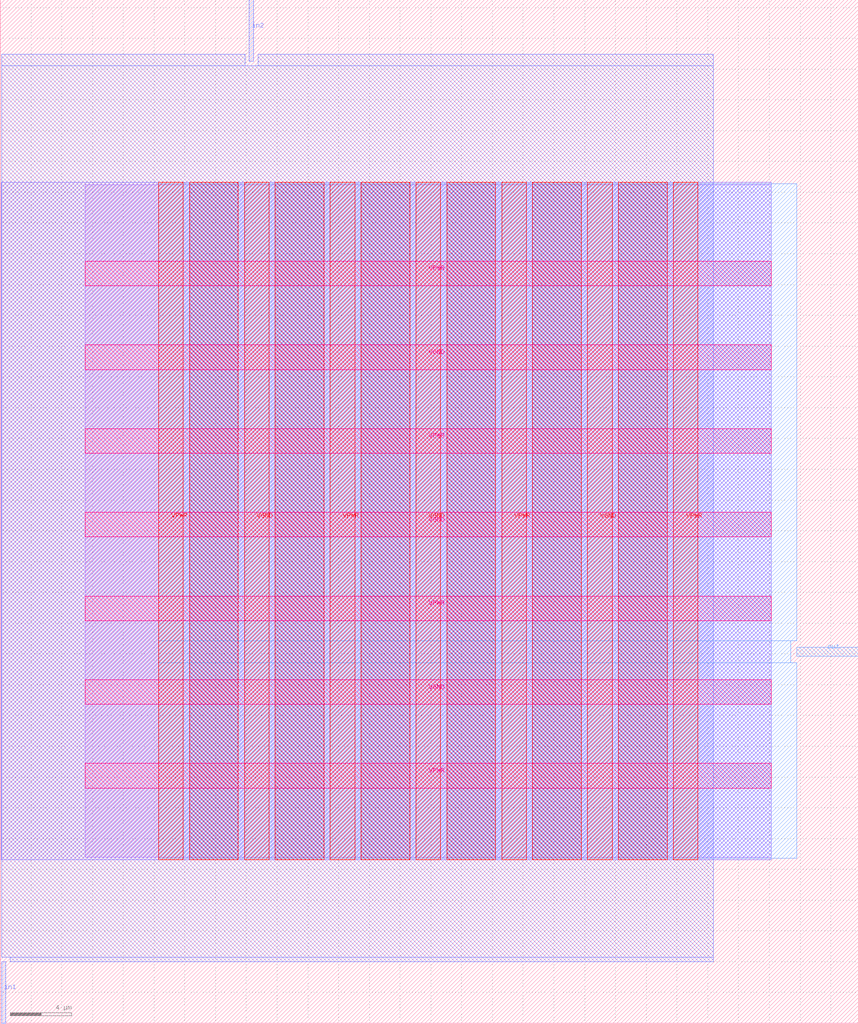
<source format=lef>
VERSION 5.7 ;
  NOWIREEXTENSIONATPIN ON ;
  DIVIDERCHAR "/" ;
  BUSBITCHARS "[]" ;
MACRO or_gate
  CLASS BLOCK ;
  FOREIGN or_gate ;
  ORIGIN 0.000 0.000 ;
  SIZE 55.785 BY 66.505 ;
  PIN VGND
    DIRECTION INPUT ;
    USE GROUND ;
    PORT
      LAYER met5 ;
        RECT 5.520 20.720 50.140 22.320 ;
    END
    PORT
      LAYER met5 ;
        RECT 5.520 31.600 50.140 33.200 ;
    END
    PORT
      LAYER met5 ;
        RECT 5.520 42.480 50.140 44.080 ;
    END
    PORT
      LAYER met4 ;
        RECT 15.875 10.640 17.475 54.640 ;
    END
    PORT
      LAYER met4 ;
        RECT 27.030 10.640 28.630 54.640 ;
    END
    PORT
      LAYER met4 ;
        RECT 38.185 10.640 39.785 54.640 ;
    END
  END VGND
  PIN VPWR
    DIRECTION INPUT ;
    USE POWER ;
    PORT
      LAYER met5 ;
        RECT 5.520 15.280 50.140 16.880 ;
    END
    PORT
      LAYER met5 ;
        RECT 5.520 26.160 50.140 27.760 ;
    END
    PORT
      LAYER met5 ;
        RECT 5.520 37.040 50.140 38.640 ;
    END
    PORT
      LAYER met5 ;
        RECT 5.520 47.920 50.140 49.520 ;
    END
    PORT
      LAYER met4 ;
        RECT 10.300 10.640 11.900 54.640 ;
    END
    PORT
      LAYER met4 ;
        RECT 21.455 10.640 23.055 54.640 ;
    END
    PORT
      LAYER met4 ;
        RECT 32.610 10.640 34.210 54.640 ;
    END
    PORT
      LAYER met4 ;
        RECT 43.765 10.640 45.365 54.640 ;
    END
  END VPWR
  PIN in1
    DIRECTION INPUT ;
    USE SIGNAL ;
    PORT
      LAYER met2 ;
        RECT 0.090 0.000 0.370 4.000 ;
    END
  END in1
  PIN in2
    DIRECTION INPUT ;
    USE SIGNAL ;
    PORT
      LAYER met2 ;
        RECT 16.190 62.505 16.470 66.505 ;
    END
  END in2
  PIN out
    DIRECTION OUTPUT TRISTATE ;
    USE SIGNAL ;
    PORT
      LAYER met3 ;
        RECT 51.785 23.840 55.785 24.440 ;
    END
  END out
  OBS
      LAYER li1 ;
        RECT 5.520 10.795 50.140 54.485 ;
      LAYER met1 ;
        RECT 0.070 10.640 50.140 54.640 ;
      LAYER met2 ;
        RECT 0.100 62.225 15.910 62.970 ;
        RECT 16.750 62.225 46.370 62.970 ;
        RECT 0.100 4.280 46.370 62.225 ;
        RECT 0.650 4.000 46.370 4.280 ;
      LAYER met3 ;
        RECT 10.295 24.840 51.785 54.565 ;
        RECT 10.295 23.440 51.385 24.840 ;
        RECT 10.295 10.715 51.785 23.440 ;
      LAYER met4 ;
        RECT 12.300 10.640 15.475 54.640 ;
        RECT 17.875 10.640 21.055 54.640 ;
        RECT 23.455 10.640 26.630 54.640 ;
        RECT 29.030 10.640 32.210 54.640 ;
        RECT 34.610 10.640 37.785 54.640 ;
        RECT 40.185 10.640 43.365 54.640 ;
  END
END or_gate
END LIBRARY


</source>
